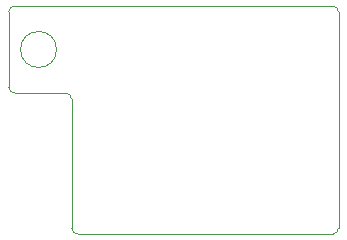
<source format=gm1>
G04 #@! TF.GenerationSoftware,KiCad,Pcbnew,(5.1.2)-1*
G04 #@! TF.CreationDate,2019-05-14T16:37:42-04:00*
G04 #@! TF.ProjectId,RaspberryPiHat,52617370-6265-4727-9279-50694861742e,1*
G04 #@! TF.SameCoordinates,Original*
G04 #@! TF.FileFunction,Profile,NP*
%FSLAX46Y46*%
G04 Gerber Fmt 4.6, Leading zero omitted, Abs format (unit mm)*
G04 Created by KiCad (PCBNEW (5.1.2)-1) date 2019-05-14 16:37:42*
%MOMM*%
%LPD*%
G04 APERTURE LIST*
%ADD10C,0.050000*%
G04 APERTURE END LIST*
D10*
X112522000Y-64262000D02*
X112522000Y-82550000D01*
X112014000Y-83058000D02*
X90424000Y-83058000D01*
X89916000Y-71628000D02*
X89916000Y-82550000D01*
X112014000Y-63754000D02*
X85090000Y-63754000D01*
X85090000Y-71120000D02*
X89408000Y-71120000D01*
X84582000Y-64262000D02*
X84582000Y-70612000D01*
X112014000Y-63754000D02*
G75*
G02X112522000Y-64262000I0J-508000D01*
G01*
X112522000Y-82550000D02*
G75*
G02X112014000Y-83058000I-508000J0D01*
G01*
X90424000Y-83058000D02*
G75*
G02X89916000Y-82550000I0J508000D01*
G01*
X89408000Y-71120000D02*
G75*
G02X89916000Y-71628000I0J-508000D01*
G01*
X85090000Y-71120000D02*
G75*
G02X84582000Y-70612000I0J508000D01*
G01*
X84582000Y-64262000D02*
G75*
G02X85090000Y-63754000I508000J0D01*
G01*
X88646000Y-67437000D02*
G75*
G03X88646000Y-67437000I-1524000J0D01*
G01*
M02*

</source>
